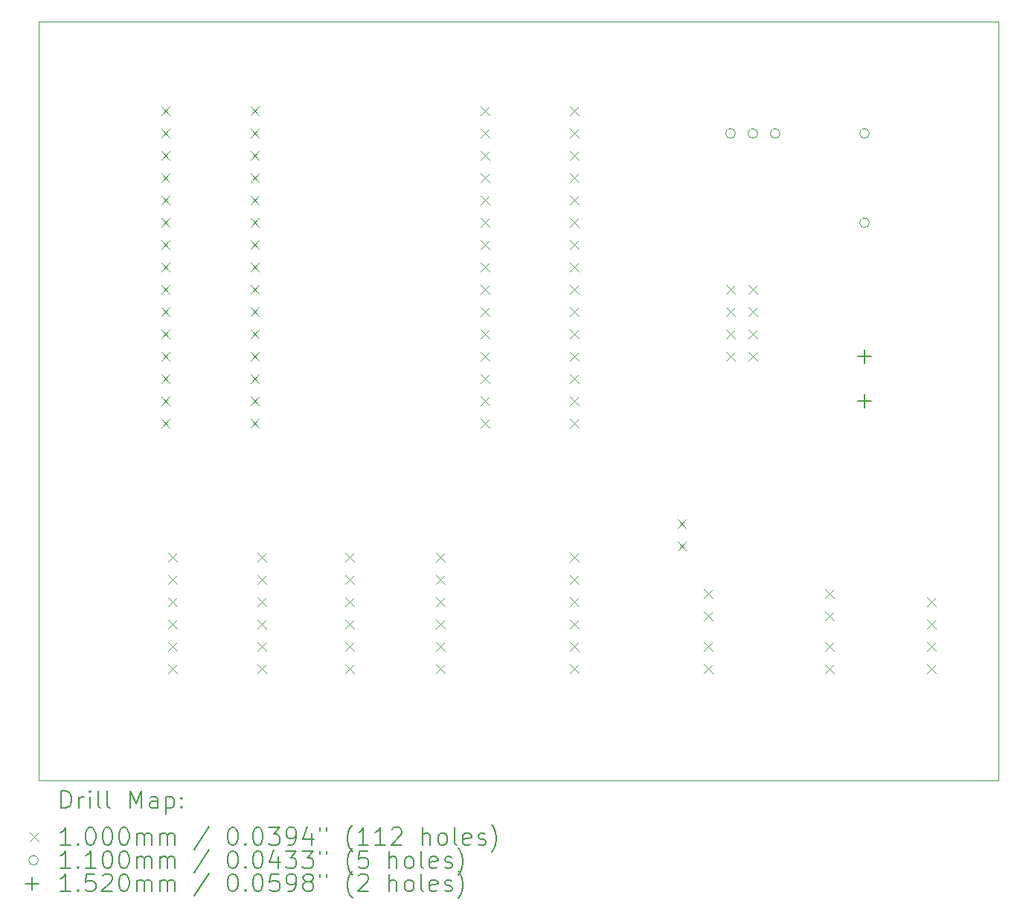
<source format=gbr>
%TF.GenerationSoftware,KiCad,Pcbnew,9.0.2*%
%TF.CreationDate,2025-06-20T14:16:06-03:00*%
%TF.ProjectId,rome,726f6d65-2e6b-4696-9361-645f70636258,0.1*%
%TF.SameCoordinates,Original*%
%TF.FileFunction,Drillmap*%
%TF.FilePolarity,Positive*%
%FSLAX45Y45*%
G04 Gerber Fmt 4.5, Leading zero omitted, Abs format (unit mm)*
G04 Created by KiCad (PCBNEW 9.0.2) date 2025-06-20 14:16:06*
%MOMM*%
%LPD*%
G01*
G04 APERTURE LIST*
%ADD10C,0.050000*%
%ADD11C,0.200000*%
%ADD12C,0.100000*%
%ADD13C,0.110000*%
%ADD14C,0.152000*%
G04 APERTURE END LIST*
D10*
X8890000Y-6350000D02*
X19812000Y-6350000D01*
X19812000Y-14986000D01*
X8890000Y-14986000D01*
X8890000Y-6350000D01*
D11*
D12*
X10284000Y-7316000D02*
X10384000Y-7416000D01*
X10384000Y-7316000D02*
X10284000Y-7416000D01*
X10284000Y-7570000D02*
X10384000Y-7670000D01*
X10384000Y-7570000D02*
X10284000Y-7670000D01*
X10284000Y-7824000D02*
X10384000Y-7924000D01*
X10384000Y-7824000D02*
X10284000Y-7924000D01*
X10284000Y-8078000D02*
X10384000Y-8178000D01*
X10384000Y-8078000D02*
X10284000Y-8178000D01*
X10284000Y-8332000D02*
X10384000Y-8432000D01*
X10384000Y-8332000D02*
X10284000Y-8432000D01*
X10284000Y-8586000D02*
X10384000Y-8686000D01*
X10384000Y-8586000D02*
X10284000Y-8686000D01*
X10284000Y-8840000D02*
X10384000Y-8940000D01*
X10384000Y-8840000D02*
X10284000Y-8940000D01*
X10284000Y-9094000D02*
X10384000Y-9194000D01*
X10384000Y-9094000D02*
X10284000Y-9194000D01*
X10284000Y-9348000D02*
X10384000Y-9448000D01*
X10384000Y-9348000D02*
X10284000Y-9448000D01*
X10284000Y-9602000D02*
X10384000Y-9702000D01*
X10384000Y-9602000D02*
X10284000Y-9702000D01*
X10284000Y-9856000D02*
X10384000Y-9956000D01*
X10384000Y-9856000D02*
X10284000Y-9956000D01*
X10284000Y-10110000D02*
X10384000Y-10210000D01*
X10384000Y-10110000D02*
X10284000Y-10210000D01*
X10284000Y-10364000D02*
X10384000Y-10464000D01*
X10384000Y-10364000D02*
X10284000Y-10464000D01*
X10284000Y-10618000D02*
X10384000Y-10718000D01*
X10384000Y-10618000D02*
X10284000Y-10718000D01*
X10284000Y-10872000D02*
X10384000Y-10972000D01*
X10384000Y-10872000D02*
X10284000Y-10972000D01*
X10364000Y-12396000D02*
X10464000Y-12496000D01*
X10464000Y-12396000D02*
X10364000Y-12496000D01*
X10364000Y-12650000D02*
X10464000Y-12750000D01*
X10464000Y-12650000D02*
X10364000Y-12750000D01*
X10364000Y-12904000D02*
X10464000Y-13004000D01*
X10464000Y-12904000D02*
X10364000Y-13004000D01*
X10364000Y-13158000D02*
X10464000Y-13258000D01*
X10464000Y-13158000D02*
X10364000Y-13258000D01*
X10364000Y-13412000D02*
X10464000Y-13512000D01*
X10464000Y-13412000D02*
X10364000Y-13512000D01*
X10364000Y-13666000D02*
X10464000Y-13766000D01*
X10464000Y-13666000D02*
X10364000Y-13766000D01*
X11300000Y-7316000D02*
X11400000Y-7416000D01*
X11400000Y-7316000D02*
X11300000Y-7416000D01*
X11300000Y-7570000D02*
X11400000Y-7670000D01*
X11400000Y-7570000D02*
X11300000Y-7670000D01*
X11300000Y-7824000D02*
X11400000Y-7924000D01*
X11400000Y-7824000D02*
X11300000Y-7924000D01*
X11300000Y-8078000D02*
X11400000Y-8178000D01*
X11400000Y-8078000D02*
X11300000Y-8178000D01*
X11300000Y-8332000D02*
X11400000Y-8432000D01*
X11400000Y-8332000D02*
X11300000Y-8432000D01*
X11300000Y-8586000D02*
X11400000Y-8686000D01*
X11400000Y-8586000D02*
X11300000Y-8686000D01*
X11300000Y-8840000D02*
X11400000Y-8940000D01*
X11400000Y-8840000D02*
X11300000Y-8940000D01*
X11300000Y-9094000D02*
X11400000Y-9194000D01*
X11400000Y-9094000D02*
X11300000Y-9194000D01*
X11300000Y-9348000D02*
X11400000Y-9448000D01*
X11400000Y-9348000D02*
X11300000Y-9448000D01*
X11300000Y-9602000D02*
X11400000Y-9702000D01*
X11400000Y-9602000D02*
X11300000Y-9702000D01*
X11300000Y-9856000D02*
X11400000Y-9956000D01*
X11400000Y-9856000D02*
X11300000Y-9956000D01*
X11300000Y-10110000D02*
X11400000Y-10210000D01*
X11400000Y-10110000D02*
X11300000Y-10210000D01*
X11300000Y-10364000D02*
X11400000Y-10464000D01*
X11400000Y-10364000D02*
X11300000Y-10464000D01*
X11300000Y-10618000D02*
X11400000Y-10718000D01*
X11400000Y-10618000D02*
X11300000Y-10718000D01*
X11300000Y-10872000D02*
X11400000Y-10972000D01*
X11400000Y-10872000D02*
X11300000Y-10972000D01*
X11380000Y-12396000D02*
X11480000Y-12496000D01*
X11480000Y-12396000D02*
X11380000Y-12496000D01*
X11380000Y-12650000D02*
X11480000Y-12750000D01*
X11480000Y-12650000D02*
X11380000Y-12750000D01*
X11380000Y-12904000D02*
X11480000Y-13004000D01*
X11480000Y-12904000D02*
X11380000Y-13004000D01*
X11380000Y-13158000D02*
X11480000Y-13258000D01*
X11480000Y-13158000D02*
X11380000Y-13258000D01*
X11380000Y-13412000D02*
X11480000Y-13512000D01*
X11480000Y-13412000D02*
X11380000Y-13512000D01*
X11380000Y-13666000D02*
X11480000Y-13766000D01*
X11480000Y-13666000D02*
X11380000Y-13766000D01*
X12380000Y-12396000D02*
X12480000Y-12496000D01*
X12480000Y-12396000D02*
X12380000Y-12496000D01*
X12380000Y-12650000D02*
X12480000Y-12750000D01*
X12480000Y-12650000D02*
X12380000Y-12750000D01*
X12380000Y-12904000D02*
X12480000Y-13004000D01*
X12480000Y-12904000D02*
X12380000Y-13004000D01*
X12380000Y-13158000D02*
X12480000Y-13258000D01*
X12480000Y-13158000D02*
X12380000Y-13258000D01*
X12380000Y-13412000D02*
X12480000Y-13512000D01*
X12480000Y-13412000D02*
X12380000Y-13512000D01*
X12380000Y-13666000D02*
X12480000Y-13766000D01*
X12480000Y-13666000D02*
X12380000Y-13766000D01*
X13412000Y-12396000D02*
X13512000Y-12496000D01*
X13512000Y-12396000D02*
X13412000Y-12496000D01*
X13412000Y-12650000D02*
X13512000Y-12750000D01*
X13512000Y-12650000D02*
X13412000Y-12750000D01*
X13412000Y-12904000D02*
X13512000Y-13004000D01*
X13512000Y-12904000D02*
X13412000Y-13004000D01*
X13412000Y-13158000D02*
X13512000Y-13258000D01*
X13512000Y-13158000D02*
X13412000Y-13258000D01*
X13412000Y-13412000D02*
X13512000Y-13512000D01*
X13512000Y-13412000D02*
X13412000Y-13512000D01*
X13412000Y-13666000D02*
X13512000Y-13766000D01*
X13512000Y-13666000D02*
X13412000Y-13766000D01*
X13920000Y-7316000D02*
X14020000Y-7416000D01*
X14020000Y-7316000D02*
X13920000Y-7416000D01*
X13920000Y-7570000D02*
X14020000Y-7670000D01*
X14020000Y-7570000D02*
X13920000Y-7670000D01*
X13920000Y-7824000D02*
X14020000Y-7924000D01*
X14020000Y-7824000D02*
X13920000Y-7924000D01*
X13920000Y-8078000D02*
X14020000Y-8178000D01*
X14020000Y-8078000D02*
X13920000Y-8178000D01*
X13920000Y-8332000D02*
X14020000Y-8432000D01*
X14020000Y-8332000D02*
X13920000Y-8432000D01*
X13920000Y-8586000D02*
X14020000Y-8686000D01*
X14020000Y-8586000D02*
X13920000Y-8686000D01*
X13920000Y-8840000D02*
X14020000Y-8940000D01*
X14020000Y-8840000D02*
X13920000Y-8940000D01*
X13920000Y-9094000D02*
X14020000Y-9194000D01*
X14020000Y-9094000D02*
X13920000Y-9194000D01*
X13920000Y-9348000D02*
X14020000Y-9448000D01*
X14020000Y-9348000D02*
X13920000Y-9448000D01*
X13920000Y-9602000D02*
X14020000Y-9702000D01*
X14020000Y-9602000D02*
X13920000Y-9702000D01*
X13920000Y-9856000D02*
X14020000Y-9956000D01*
X14020000Y-9856000D02*
X13920000Y-9956000D01*
X13920000Y-10110000D02*
X14020000Y-10210000D01*
X14020000Y-10110000D02*
X13920000Y-10210000D01*
X13920000Y-10364000D02*
X14020000Y-10464000D01*
X14020000Y-10364000D02*
X13920000Y-10464000D01*
X13920000Y-10618000D02*
X14020000Y-10718000D01*
X14020000Y-10618000D02*
X13920000Y-10718000D01*
X13920000Y-10872000D02*
X14020000Y-10972000D01*
X14020000Y-10872000D02*
X13920000Y-10972000D01*
X14936000Y-7316000D02*
X15036000Y-7416000D01*
X15036000Y-7316000D02*
X14936000Y-7416000D01*
X14936000Y-7570000D02*
X15036000Y-7670000D01*
X15036000Y-7570000D02*
X14936000Y-7670000D01*
X14936000Y-7824000D02*
X15036000Y-7924000D01*
X15036000Y-7824000D02*
X14936000Y-7924000D01*
X14936000Y-8078000D02*
X15036000Y-8178000D01*
X15036000Y-8078000D02*
X14936000Y-8178000D01*
X14936000Y-8332000D02*
X15036000Y-8432000D01*
X15036000Y-8332000D02*
X14936000Y-8432000D01*
X14936000Y-8586000D02*
X15036000Y-8686000D01*
X15036000Y-8586000D02*
X14936000Y-8686000D01*
X14936000Y-8840000D02*
X15036000Y-8940000D01*
X15036000Y-8840000D02*
X14936000Y-8940000D01*
X14936000Y-9094000D02*
X15036000Y-9194000D01*
X15036000Y-9094000D02*
X14936000Y-9194000D01*
X14936000Y-9348000D02*
X15036000Y-9448000D01*
X15036000Y-9348000D02*
X14936000Y-9448000D01*
X14936000Y-9602000D02*
X15036000Y-9702000D01*
X15036000Y-9602000D02*
X14936000Y-9702000D01*
X14936000Y-9856000D02*
X15036000Y-9956000D01*
X15036000Y-9856000D02*
X14936000Y-9956000D01*
X14936000Y-10110000D02*
X15036000Y-10210000D01*
X15036000Y-10110000D02*
X14936000Y-10210000D01*
X14936000Y-10364000D02*
X15036000Y-10464000D01*
X15036000Y-10364000D02*
X14936000Y-10464000D01*
X14936000Y-10618000D02*
X15036000Y-10718000D01*
X15036000Y-10618000D02*
X14936000Y-10718000D01*
X14936000Y-10872000D02*
X15036000Y-10972000D01*
X15036000Y-10872000D02*
X14936000Y-10972000D01*
X14936000Y-12396000D02*
X15036000Y-12496000D01*
X15036000Y-12396000D02*
X14936000Y-12496000D01*
X14936000Y-12650000D02*
X15036000Y-12750000D01*
X15036000Y-12650000D02*
X14936000Y-12750000D01*
X14936000Y-12904000D02*
X15036000Y-13004000D01*
X15036000Y-12904000D02*
X14936000Y-13004000D01*
X14936000Y-13158000D02*
X15036000Y-13258000D01*
X15036000Y-13158000D02*
X14936000Y-13258000D01*
X14936000Y-13412000D02*
X15036000Y-13512000D01*
X15036000Y-13412000D02*
X14936000Y-13512000D01*
X14936000Y-13666000D02*
X15036000Y-13766000D01*
X15036000Y-13666000D02*
X14936000Y-13766000D01*
X16160000Y-12012000D02*
X16260000Y-12112000D01*
X16260000Y-12012000D02*
X16160000Y-12112000D01*
X16160000Y-12266000D02*
X16260000Y-12366000D01*
X16260000Y-12266000D02*
X16160000Y-12366000D01*
X16460000Y-12812000D02*
X16560000Y-12912000D01*
X16560000Y-12812000D02*
X16460000Y-12912000D01*
X16460000Y-13066000D02*
X16560000Y-13166000D01*
X16560000Y-13066000D02*
X16460000Y-13166000D01*
X16460000Y-13412000D02*
X16560000Y-13512000D01*
X16560000Y-13412000D02*
X16460000Y-13512000D01*
X16460000Y-13666000D02*
X16560000Y-13766000D01*
X16560000Y-13666000D02*
X16460000Y-13766000D01*
X16714000Y-9348000D02*
X16814000Y-9448000D01*
X16814000Y-9348000D02*
X16714000Y-9448000D01*
X16714000Y-9602000D02*
X16814000Y-9702000D01*
X16814000Y-9602000D02*
X16714000Y-9702000D01*
X16714000Y-9856000D02*
X16814000Y-9956000D01*
X16814000Y-9856000D02*
X16714000Y-9956000D01*
X16714000Y-10110000D02*
X16814000Y-10210000D01*
X16814000Y-10110000D02*
X16714000Y-10210000D01*
X16968000Y-9348000D02*
X17068000Y-9448000D01*
X17068000Y-9348000D02*
X16968000Y-9448000D01*
X16968000Y-9602000D02*
X17068000Y-9702000D01*
X17068000Y-9602000D02*
X16968000Y-9702000D01*
X16968000Y-9856000D02*
X17068000Y-9956000D01*
X17068000Y-9856000D02*
X16968000Y-9956000D01*
X16968000Y-10110000D02*
X17068000Y-10210000D01*
X17068000Y-10110000D02*
X16968000Y-10210000D01*
X17840000Y-12812000D02*
X17940000Y-12912000D01*
X17940000Y-12812000D02*
X17840000Y-12912000D01*
X17840000Y-13066000D02*
X17940000Y-13166000D01*
X17940000Y-13066000D02*
X17840000Y-13166000D01*
X17840000Y-13412000D02*
X17940000Y-13512000D01*
X17940000Y-13412000D02*
X17840000Y-13512000D01*
X17840000Y-13666000D02*
X17940000Y-13766000D01*
X17940000Y-13666000D02*
X17840000Y-13766000D01*
X19000000Y-12904000D02*
X19100000Y-13004000D01*
X19100000Y-12904000D02*
X19000000Y-13004000D01*
X19000000Y-13158000D02*
X19100000Y-13258000D01*
X19100000Y-13158000D02*
X19000000Y-13258000D01*
X19000000Y-13412000D02*
X19100000Y-13512000D01*
X19100000Y-13412000D02*
X19000000Y-13512000D01*
X19000000Y-13666000D02*
X19100000Y-13766000D01*
X19100000Y-13666000D02*
X19000000Y-13766000D01*
D13*
X16819000Y-7620000D02*
G75*
G02*
X16709000Y-7620000I-55000J0D01*
G01*
X16709000Y-7620000D02*
G75*
G02*
X16819000Y-7620000I55000J0D01*
G01*
X17073000Y-7620000D02*
G75*
G02*
X16963000Y-7620000I-55000J0D01*
G01*
X16963000Y-7620000D02*
G75*
G02*
X17073000Y-7620000I55000J0D01*
G01*
X17327000Y-7620000D02*
G75*
G02*
X17217000Y-7620000I-55000J0D01*
G01*
X17217000Y-7620000D02*
G75*
G02*
X17327000Y-7620000I55000J0D01*
G01*
X18343000Y-7620000D02*
G75*
G02*
X18233000Y-7620000I-55000J0D01*
G01*
X18233000Y-7620000D02*
G75*
G02*
X18343000Y-7620000I55000J0D01*
G01*
X18343000Y-8636000D02*
G75*
G02*
X18233000Y-8636000I-55000J0D01*
G01*
X18233000Y-8636000D02*
G75*
G02*
X18343000Y-8636000I55000J0D01*
G01*
D14*
X18288000Y-10084000D02*
X18288000Y-10236000D01*
X18212000Y-10160000D02*
X18364000Y-10160000D01*
X18288000Y-10592000D02*
X18288000Y-10744000D01*
X18212000Y-10668000D02*
X18364000Y-10668000D01*
D11*
X9148277Y-15299984D02*
X9148277Y-15099984D01*
X9148277Y-15099984D02*
X9195896Y-15099984D01*
X9195896Y-15099984D02*
X9224467Y-15109508D01*
X9224467Y-15109508D02*
X9243515Y-15128555D01*
X9243515Y-15128555D02*
X9253039Y-15147603D01*
X9253039Y-15147603D02*
X9262563Y-15185698D01*
X9262563Y-15185698D02*
X9262563Y-15214269D01*
X9262563Y-15214269D02*
X9253039Y-15252365D01*
X9253039Y-15252365D02*
X9243515Y-15271412D01*
X9243515Y-15271412D02*
X9224467Y-15290460D01*
X9224467Y-15290460D02*
X9195896Y-15299984D01*
X9195896Y-15299984D02*
X9148277Y-15299984D01*
X9348277Y-15299984D02*
X9348277Y-15166650D01*
X9348277Y-15204746D02*
X9357801Y-15185698D01*
X9357801Y-15185698D02*
X9367324Y-15176174D01*
X9367324Y-15176174D02*
X9386372Y-15166650D01*
X9386372Y-15166650D02*
X9405420Y-15166650D01*
X9472086Y-15299984D02*
X9472086Y-15166650D01*
X9472086Y-15099984D02*
X9462563Y-15109508D01*
X9462563Y-15109508D02*
X9472086Y-15119031D01*
X9472086Y-15119031D02*
X9481610Y-15109508D01*
X9481610Y-15109508D02*
X9472086Y-15099984D01*
X9472086Y-15099984D02*
X9472086Y-15119031D01*
X9595896Y-15299984D02*
X9576848Y-15290460D01*
X9576848Y-15290460D02*
X9567324Y-15271412D01*
X9567324Y-15271412D02*
X9567324Y-15099984D01*
X9700658Y-15299984D02*
X9681610Y-15290460D01*
X9681610Y-15290460D02*
X9672086Y-15271412D01*
X9672086Y-15271412D02*
X9672086Y-15099984D01*
X9929229Y-15299984D02*
X9929229Y-15099984D01*
X9929229Y-15099984D02*
X9995896Y-15242841D01*
X9995896Y-15242841D02*
X10062563Y-15099984D01*
X10062563Y-15099984D02*
X10062563Y-15299984D01*
X10243515Y-15299984D02*
X10243515Y-15195222D01*
X10243515Y-15195222D02*
X10233991Y-15176174D01*
X10233991Y-15176174D02*
X10214944Y-15166650D01*
X10214944Y-15166650D02*
X10176848Y-15166650D01*
X10176848Y-15166650D02*
X10157801Y-15176174D01*
X10243515Y-15290460D02*
X10224467Y-15299984D01*
X10224467Y-15299984D02*
X10176848Y-15299984D01*
X10176848Y-15299984D02*
X10157801Y-15290460D01*
X10157801Y-15290460D02*
X10148277Y-15271412D01*
X10148277Y-15271412D02*
X10148277Y-15252365D01*
X10148277Y-15252365D02*
X10157801Y-15233317D01*
X10157801Y-15233317D02*
X10176848Y-15223793D01*
X10176848Y-15223793D02*
X10224467Y-15223793D01*
X10224467Y-15223793D02*
X10243515Y-15214269D01*
X10338753Y-15166650D02*
X10338753Y-15366650D01*
X10338753Y-15176174D02*
X10357801Y-15166650D01*
X10357801Y-15166650D02*
X10395896Y-15166650D01*
X10395896Y-15166650D02*
X10414944Y-15176174D01*
X10414944Y-15176174D02*
X10424467Y-15185698D01*
X10424467Y-15185698D02*
X10433991Y-15204746D01*
X10433991Y-15204746D02*
X10433991Y-15261888D01*
X10433991Y-15261888D02*
X10424467Y-15280936D01*
X10424467Y-15280936D02*
X10414944Y-15290460D01*
X10414944Y-15290460D02*
X10395896Y-15299984D01*
X10395896Y-15299984D02*
X10357801Y-15299984D01*
X10357801Y-15299984D02*
X10338753Y-15290460D01*
X10519705Y-15280936D02*
X10529229Y-15290460D01*
X10529229Y-15290460D02*
X10519705Y-15299984D01*
X10519705Y-15299984D02*
X10510182Y-15290460D01*
X10510182Y-15290460D02*
X10519705Y-15280936D01*
X10519705Y-15280936D02*
X10519705Y-15299984D01*
X10519705Y-15176174D02*
X10529229Y-15185698D01*
X10529229Y-15185698D02*
X10519705Y-15195222D01*
X10519705Y-15195222D02*
X10510182Y-15185698D01*
X10510182Y-15185698D02*
X10519705Y-15176174D01*
X10519705Y-15176174D02*
X10519705Y-15195222D01*
D12*
X8787500Y-15578500D02*
X8887500Y-15678500D01*
X8887500Y-15578500D02*
X8787500Y-15678500D01*
D11*
X9253039Y-15719984D02*
X9138753Y-15719984D01*
X9195896Y-15719984D02*
X9195896Y-15519984D01*
X9195896Y-15519984D02*
X9176848Y-15548555D01*
X9176848Y-15548555D02*
X9157801Y-15567603D01*
X9157801Y-15567603D02*
X9138753Y-15577127D01*
X9338753Y-15700936D02*
X9348277Y-15710460D01*
X9348277Y-15710460D02*
X9338753Y-15719984D01*
X9338753Y-15719984D02*
X9329229Y-15710460D01*
X9329229Y-15710460D02*
X9338753Y-15700936D01*
X9338753Y-15700936D02*
X9338753Y-15719984D01*
X9472086Y-15519984D02*
X9491134Y-15519984D01*
X9491134Y-15519984D02*
X9510182Y-15529508D01*
X9510182Y-15529508D02*
X9519705Y-15539031D01*
X9519705Y-15539031D02*
X9529229Y-15558079D01*
X9529229Y-15558079D02*
X9538753Y-15596174D01*
X9538753Y-15596174D02*
X9538753Y-15643793D01*
X9538753Y-15643793D02*
X9529229Y-15681888D01*
X9529229Y-15681888D02*
X9519705Y-15700936D01*
X9519705Y-15700936D02*
X9510182Y-15710460D01*
X9510182Y-15710460D02*
X9491134Y-15719984D01*
X9491134Y-15719984D02*
X9472086Y-15719984D01*
X9472086Y-15719984D02*
X9453039Y-15710460D01*
X9453039Y-15710460D02*
X9443515Y-15700936D01*
X9443515Y-15700936D02*
X9433991Y-15681888D01*
X9433991Y-15681888D02*
X9424467Y-15643793D01*
X9424467Y-15643793D02*
X9424467Y-15596174D01*
X9424467Y-15596174D02*
X9433991Y-15558079D01*
X9433991Y-15558079D02*
X9443515Y-15539031D01*
X9443515Y-15539031D02*
X9453039Y-15529508D01*
X9453039Y-15529508D02*
X9472086Y-15519984D01*
X9662563Y-15519984D02*
X9681610Y-15519984D01*
X9681610Y-15519984D02*
X9700658Y-15529508D01*
X9700658Y-15529508D02*
X9710182Y-15539031D01*
X9710182Y-15539031D02*
X9719705Y-15558079D01*
X9719705Y-15558079D02*
X9729229Y-15596174D01*
X9729229Y-15596174D02*
X9729229Y-15643793D01*
X9729229Y-15643793D02*
X9719705Y-15681888D01*
X9719705Y-15681888D02*
X9710182Y-15700936D01*
X9710182Y-15700936D02*
X9700658Y-15710460D01*
X9700658Y-15710460D02*
X9681610Y-15719984D01*
X9681610Y-15719984D02*
X9662563Y-15719984D01*
X9662563Y-15719984D02*
X9643515Y-15710460D01*
X9643515Y-15710460D02*
X9633991Y-15700936D01*
X9633991Y-15700936D02*
X9624467Y-15681888D01*
X9624467Y-15681888D02*
X9614944Y-15643793D01*
X9614944Y-15643793D02*
X9614944Y-15596174D01*
X9614944Y-15596174D02*
X9624467Y-15558079D01*
X9624467Y-15558079D02*
X9633991Y-15539031D01*
X9633991Y-15539031D02*
X9643515Y-15529508D01*
X9643515Y-15529508D02*
X9662563Y-15519984D01*
X9853039Y-15519984D02*
X9872086Y-15519984D01*
X9872086Y-15519984D02*
X9891134Y-15529508D01*
X9891134Y-15529508D02*
X9900658Y-15539031D01*
X9900658Y-15539031D02*
X9910182Y-15558079D01*
X9910182Y-15558079D02*
X9919705Y-15596174D01*
X9919705Y-15596174D02*
X9919705Y-15643793D01*
X9919705Y-15643793D02*
X9910182Y-15681888D01*
X9910182Y-15681888D02*
X9900658Y-15700936D01*
X9900658Y-15700936D02*
X9891134Y-15710460D01*
X9891134Y-15710460D02*
X9872086Y-15719984D01*
X9872086Y-15719984D02*
X9853039Y-15719984D01*
X9853039Y-15719984D02*
X9833991Y-15710460D01*
X9833991Y-15710460D02*
X9824467Y-15700936D01*
X9824467Y-15700936D02*
X9814944Y-15681888D01*
X9814944Y-15681888D02*
X9805420Y-15643793D01*
X9805420Y-15643793D02*
X9805420Y-15596174D01*
X9805420Y-15596174D02*
X9814944Y-15558079D01*
X9814944Y-15558079D02*
X9824467Y-15539031D01*
X9824467Y-15539031D02*
X9833991Y-15529508D01*
X9833991Y-15529508D02*
X9853039Y-15519984D01*
X10005420Y-15719984D02*
X10005420Y-15586650D01*
X10005420Y-15605698D02*
X10014944Y-15596174D01*
X10014944Y-15596174D02*
X10033991Y-15586650D01*
X10033991Y-15586650D02*
X10062563Y-15586650D01*
X10062563Y-15586650D02*
X10081610Y-15596174D01*
X10081610Y-15596174D02*
X10091134Y-15615222D01*
X10091134Y-15615222D02*
X10091134Y-15719984D01*
X10091134Y-15615222D02*
X10100658Y-15596174D01*
X10100658Y-15596174D02*
X10119705Y-15586650D01*
X10119705Y-15586650D02*
X10148277Y-15586650D01*
X10148277Y-15586650D02*
X10167325Y-15596174D01*
X10167325Y-15596174D02*
X10176848Y-15615222D01*
X10176848Y-15615222D02*
X10176848Y-15719984D01*
X10272086Y-15719984D02*
X10272086Y-15586650D01*
X10272086Y-15605698D02*
X10281610Y-15596174D01*
X10281610Y-15596174D02*
X10300658Y-15586650D01*
X10300658Y-15586650D02*
X10329229Y-15586650D01*
X10329229Y-15586650D02*
X10348277Y-15596174D01*
X10348277Y-15596174D02*
X10357801Y-15615222D01*
X10357801Y-15615222D02*
X10357801Y-15719984D01*
X10357801Y-15615222D02*
X10367325Y-15596174D01*
X10367325Y-15596174D02*
X10386372Y-15586650D01*
X10386372Y-15586650D02*
X10414944Y-15586650D01*
X10414944Y-15586650D02*
X10433991Y-15596174D01*
X10433991Y-15596174D02*
X10443515Y-15615222D01*
X10443515Y-15615222D02*
X10443515Y-15719984D01*
X10833991Y-15510460D02*
X10662563Y-15767603D01*
X11091134Y-15519984D02*
X11110182Y-15519984D01*
X11110182Y-15519984D02*
X11129229Y-15529508D01*
X11129229Y-15529508D02*
X11138753Y-15539031D01*
X11138753Y-15539031D02*
X11148277Y-15558079D01*
X11148277Y-15558079D02*
X11157801Y-15596174D01*
X11157801Y-15596174D02*
X11157801Y-15643793D01*
X11157801Y-15643793D02*
X11148277Y-15681888D01*
X11148277Y-15681888D02*
X11138753Y-15700936D01*
X11138753Y-15700936D02*
X11129229Y-15710460D01*
X11129229Y-15710460D02*
X11110182Y-15719984D01*
X11110182Y-15719984D02*
X11091134Y-15719984D01*
X11091134Y-15719984D02*
X11072087Y-15710460D01*
X11072087Y-15710460D02*
X11062563Y-15700936D01*
X11062563Y-15700936D02*
X11053039Y-15681888D01*
X11053039Y-15681888D02*
X11043515Y-15643793D01*
X11043515Y-15643793D02*
X11043515Y-15596174D01*
X11043515Y-15596174D02*
X11053039Y-15558079D01*
X11053039Y-15558079D02*
X11062563Y-15539031D01*
X11062563Y-15539031D02*
X11072087Y-15529508D01*
X11072087Y-15529508D02*
X11091134Y-15519984D01*
X11243515Y-15700936D02*
X11253039Y-15710460D01*
X11253039Y-15710460D02*
X11243515Y-15719984D01*
X11243515Y-15719984D02*
X11233991Y-15710460D01*
X11233991Y-15710460D02*
X11243515Y-15700936D01*
X11243515Y-15700936D02*
X11243515Y-15719984D01*
X11376848Y-15519984D02*
X11395896Y-15519984D01*
X11395896Y-15519984D02*
X11414944Y-15529508D01*
X11414944Y-15529508D02*
X11424467Y-15539031D01*
X11424467Y-15539031D02*
X11433991Y-15558079D01*
X11433991Y-15558079D02*
X11443515Y-15596174D01*
X11443515Y-15596174D02*
X11443515Y-15643793D01*
X11443515Y-15643793D02*
X11433991Y-15681888D01*
X11433991Y-15681888D02*
X11424467Y-15700936D01*
X11424467Y-15700936D02*
X11414944Y-15710460D01*
X11414944Y-15710460D02*
X11395896Y-15719984D01*
X11395896Y-15719984D02*
X11376848Y-15719984D01*
X11376848Y-15719984D02*
X11357801Y-15710460D01*
X11357801Y-15710460D02*
X11348277Y-15700936D01*
X11348277Y-15700936D02*
X11338753Y-15681888D01*
X11338753Y-15681888D02*
X11329229Y-15643793D01*
X11329229Y-15643793D02*
X11329229Y-15596174D01*
X11329229Y-15596174D02*
X11338753Y-15558079D01*
X11338753Y-15558079D02*
X11348277Y-15539031D01*
X11348277Y-15539031D02*
X11357801Y-15529508D01*
X11357801Y-15529508D02*
X11376848Y-15519984D01*
X11510182Y-15519984D02*
X11633991Y-15519984D01*
X11633991Y-15519984D02*
X11567325Y-15596174D01*
X11567325Y-15596174D02*
X11595896Y-15596174D01*
X11595896Y-15596174D02*
X11614944Y-15605698D01*
X11614944Y-15605698D02*
X11624467Y-15615222D01*
X11624467Y-15615222D02*
X11633991Y-15634269D01*
X11633991Y-15634269D02*
X11633991Y-15681888D01*
X11633991Y-15681888D02*
X11624467Y-15700936D01*
X11624467Y-15700936D02*
X11614944Y-15710460D01*
X11614944Y-15710460D02*
X11595896Y-15719984D01*
X11595896Y-15719984D02*
X11538753Y-15719984D01*
X11538753Y-15719984D02*
X11519706Y-15710460D01*
X11519706Y-15710460D02*
X11510182Y-15700936D01*
X11729229Y-15719984D02*
X11767325Y-15719984D01*
X11767325Y-15719984D02*
X11786372Y-15710460D01*
X11786372Y-15710460D02*
X11795896Y-15700936D01*
X11795896Y-15700936D02*
X11814944Y-15672365D01*
X11814944Y-15672365D02*
X11824467Y-15634269D01*
X11824467Y-15634269D02*
X11824467Y-15558079D01*
X11824467Y-15558079D02*
X11814944Y-15539031D01*
X11814944Y-15539031D02*
X11805420Y-15529508D01*
X11805420Y-15529508D02*
X11786372Y-15519984D01*
X11786372Y-15519984D02*
X11748277Y-15519984D01*
X11748277Y-15519984D02*
X11729229Y-15529508D01*
X11729229Y-15529508D02*
X11719706Y-15539031D01*
X11719706Y-15539031D02*
X11710182Y-15558079D01*
X11710182Y-15558079D02*
X11710182Y-15605698D01*
X11710182Y-15605698D02*
X11719706Y-15624746D01*
X11719706Y-15624746D02*
X11729229Y-15634269D01*
X11729229Y-15634269D02*
X11748277Y-15643793D01*
X11748277Y-15643793D02*
X11786372Y-15643793D01*
X11786372Y-15643793D02*
X11805420Y-15634269D01*
X11805420Y-15634269D02*
X11814944Y-15624746D01*
X11814944Y-15624746D02*
X11824467Y-15605698D01*
X11995896Y-15586650D02*
X11995896Y-15719984D01*
X11948277Y-15510460D02*
X11900658Y-15653317D01*
X11900658Y-15653317D02*
X12024467Y-15653317D01*
X12091134Y-15519984D02*
X12091134Y-15558079D01*
X12167325Y-15519984D02*
X12167325Y-15558079D01*
X12462563Y-15796174D02*
X12453039Y-15786650D01*
X12453039Y-15786650D02*
X12433991Y-15758079D01*
X12433991Y-15758079D02*
X12424468Y-15739031D01*
X12424468Y-15739031D02*
X12414944Y-15710460D01*
X12414944Y-15710460D02*
X12405420Y-15662841D01*
X12405420Y-15662841D02*
X12405420Y-15624746D01*
X12405420Y-15624746D02*
X12414944Y-15577127D01*
X12414944Y-15577127D02*
X12424468Y-15548555D01*
X12424468Y-15548555D02*
X12433991Y-15529508D01*
X12433991Y-15529508D02*
X12453039Y-15500936D01*
X12453039Y-15500936D02*
X12462563Y-15491412D01*
X12643515Y-15719984D02*
X12529229Y-15719984D01*
X12586372Y-15719984D02*
X12586372Y-15519984D01*
X12586372Y-15519984D02*
X12567325Y-15548555D01*
X12567325Y-15548555D02*
X12548277Y-15567603D01*
X12548277Y-15567603D02*
X12529229Y-15577127D01*
X12833991Y-15719984D02*
X12719706Y-15719984D01*
X12776848Y-15719984D02*
X12776848Y-15519984D01*
X12776848Y-15519984D02*
X12757801Y-15548555D01*
X12757801Y-15548555D02*
X12738753Y-15567603D01*
X12738753Y-15567603D02*
X12719706Y-15577127D01*
X12910182Y-15539031D02*
X12919706Y-15529508D01*
X12919706Y-15529508D02*
X12938753Y-15519984D01*
X12938753Y-15519984D02*
X12986372Y-15519984D01*
X12986372Y-15519984D02*
X13005420Y-15529508D01*
X13005420Y-15529508D02*
X13014944Y-15539031D01*
X13014944Y-15539031D02*
X13024468Y-15558079D01*
X13024468Y-15558079D02*
X13024468Y-15577127D01*
X13024468Y-15577127D02*
X13014944Y-15605698D01*
X13014944Y-15605698D02*
X12900658Y-15719984D01*
X12900658Y-15719984D02*
X13024468Y-15719984D01*
X13262563Y-15719984D02*
X13262563Y-15519984D01*
X13348277Y-15719984D02*
X13348277Y-15615222D01*
X13348277Y-15615222D02*
X13338753Y-15596174D01*
X13338753Y-15596174D02*
X13319706Y-15586650D01*
X13319706Y-15586650D02*
X13291134Y-15586650D01*
X13291134Y-15586650D02*
X13272087Y-15596174D01*
X13272087Y-15596174D02*
X13262563Y-15605698D01*
X13472087Y-15719984D02*
X13453039Y-15710460D01*
X13453039Y-15710460D02*
X13443515Y-15700936D01*
X13443515Y-15700936D02*
X13433991Y-15681888D01*
X13433991Y-15681888D02*
X13433991Y-15624746D01*
X13433991Y-15624746D02*
X13443515Y-15605698D01*
X13443515Y-15605698D02*
X13453039Y-15596174D01*
X13453039Y-15596174D02*
X13472087Y-15586650D01*
X13472087Y-15586650D02*
X13500658Y-15586650D01*
X13500658Y-15586650D02*
X13519706Y-15596174D01*
X13519706Y-15596174D02*
X13529230Y-15605698D01*
X13529230Y-15605698D02*
X13538753Y-15624746D01*
X13538753Y-15624746D02*
X13538753Y-15681888D01*
X13538753Y-15681888D02*
X13529230Y-15700936D01*
X13529230Y-15700936D02*
X13519706Y-15710460D01*
X13519706Y-15710460D02*
X13500658Y-15719984D01*
X13500658Y-15719984D02*
X13472087Y-15719984D01*
X13653039Y-15719984D02*
X13633991Y-15710460D01*
X13633991Y-15710460D02*
X13624468Y-15691412D01*
X13624468Y-15691412D02*
X13624468Y-15519984D01*
X13805420Y-15710460D02*
X13786372Y-15719984D01*
X13786372Y-15719984D02*
X13748277Y-15719984D01*
X13748277Y-15719984D02*
X13729230Y-15710460D01*
X13729230Y-15710460D02*
X13719706Y-15691412D01*
X13719706Y-15691412D02*
X13719706Y-15615222D01*
X13719706Y-15615222D02*
X13729230Y-15596174D01*
X13729230Y-15596174D02*
X13748277Y-15586650D01*
X13748277Y-15586650D02*
X13786372Y-15586650D01*
X13786372Y-15586650D02*
X13805420Y-15596174D01*
X13805420Y-15596174D02*
X13814944Y-15615222D01*
X13814944Y-15615222D02*
X13814944Y-15634269D01*
X13814944Y-15634269D02*
X13719706Y-15653317D01*
X13891134Y-15710460D02*
X13910182Y-15719984D01*
X13910182Y-15719984D02*
X13948277Y-15719984D01*
X13948277Y-15719984D02*
X13967325Y-15710460D01*
X13967325Y-15710460D02*
X13976849Y-15691412D01*
X13976849Y-15691412D02*
X13976849Y-15681888D01*
X13976849Y-15681888D02*
X13967325Y-15662841D01*
X13967325Y-15662841D02*
X13948277Y-15653317D01*
X13948277Y-15653317D02*
X13919706Y-15653317D01*
X13919706Y-15653317D02*
X13900658Y-15643793D01*
X13900658Y-15643793D02*
X13891134Y-15624746D01*
X13891134Y-15624746D02*
X13891134Y-15615222D01*
X13891134Y-15615222D02*
X13900658Y-15596174D01*
X13900658Y-15596174D02*
X13919706Y-15586650D01*
X13919706Y-15586650D02*
X13948277Y-15586650D01*
X13948277Y-15586650D02*
X13967325Y-15596174D01*
X14043515Y-15796174D02*
X14053039Y-15786650D01*
X14053039Y-15786650D02*
X14072087Y-15758079D01*
X14072087Y-15758079D02*
X14081611Y-15739031D01*
X14081611Y-15739031D02*
X14091134Y-15710460D01*
X14091134Y-15710460D02*
X14100658Y-15662841D01*
X14100658Y-15662841D02*
X14100658Y-15624746D01*
X14100658Y-15624746D02*
X14091134Y-15577127D01*
X14091134Y-15577127D02*
X14081611Y-15548555D01*
X14081611Y-15548555D02*
X14072087Y-15529508D01*
X14072087Y-15529508D02*
X14053039Y-15500936D01*
X14053039Y-15500936D02*
X14043515Y-15491412D01*
D13*
X8887500Y-15892500D02*
G75*
G02*
X8777500Y-15892500I-55000J0D01*
G01*
X8777500Y-15892500D02*
G75*
G02*
X8887500Y-15892500I55000J0D01*
G01*
D11*
X9253039Y-15983984D02*
X9138753Y-15983984D01*
X9195896Y-15983984D02*
X9195896Y-15783984D01*
X9195896Y-15783984D02*
X9176848Y-15812555D01*
X9176848Y-15812555D02*
X9157801Y-15831603D01*
X9157801Y-15831603D02*
X9138753Y-15841127D01*
X9338753Y-15964936D02*
X9348277Y-15974460D01*
X9348277Y-15974460D02*
X9338753Y-15983984D01*
X9338753Y-15983984D02*
X9329229Y-15974460D01*
X9329229Y-15974460D02*
X9338753Y-15964936D01*
X9338753Y-15964936D02*
X9338753Y-15983984D01*
X9538753Y-15983984D02*
X9424467Y-15983984D01*
X9481610Y-15983984D02*
X9481610Y-15783984D01*
X9481610Y-15783984D02*
X9462563Y-15812555D01*
X9462563Y-15812555D02*
X9443515Y-15831603D01*
X9443515Y-15831603D02*
X9424467Y-15841127D01*
X9662563Y-15783984D02*
X9681610Y-15783984D01*
X9681610Y-15783984D02*
X9700658Y-15793508D01*
X9700658Y-15793508D02*
X9710182Y-15803031D01*
X9710182Y-15803031D02*
X9719705Y-15822079D01*
X9719705Y-15822079D02*
X9729229Y-15860174D01*
X9729229Y-15860174D02*
X9729229Y-15907793D01*
X9729229Y-15907793D02*
X9719705Y-15945888D01*
X9719705Y-15945888D02*
X9710182Y-15964936D01*
X9710182Y-15964936D02*
X9700658Y-15974460D01*
X9700658Y-15974460D02*
X9681610Y-15983984D01*
X9681610Y-15983984D02*
X9662563Y-15983984D01*
X9662563Y-15983984D02*
X9643515Y-15974460D01*
X9643515Y-15974460D02*
X9633991Y-15964936D01*
X9633991Y-15964936D02*
X9624467Y-15945888D01*
X9624467Y-15945888D02*
X9614944Y-15907793D01*
X9614944Y-15907793D02*
X9614944Y-15860174D01*
X9614944Y-15860174D02*
X9624467Y-15822079D01*
X9624467Y-15822079D02*
X9633991Y-15803031D01*
X9633991Y-15803031D02*
X9643515Y-15793508D01*
X9643515Y-15793508D02*
X9662563Y-15783984D01*
X9853039Y-15783984D02*
X9872086Y-15783984D01*
X9872086Y-15783984D02*
X9891134Y-15793508D01*
X9891134Y-15793508D02*
X9900658Y-15803031D01*
X9900658Y-15803031D02*
X9910182Y-15822079D01*
X9910182Y-15822079D02*
X9919705Y-15860174D01*
X9919705Y-15860174D02*
X9919705Y-15907793D01*
X9919705Y-15907793D02*
X9910182Y-15945888D01*
X9910182Y-15945888D02*
X9900658Y-15964936D01*
X9900658Y-15964936D02*
X9891134Y-15974460D01*
X9891134Y-15974460D02*
X9872086Y-15983984D01*
X9872086Y-15983984D02*
X9853039Y-15983984D01*
X9853039Y-15983984D02*
X9833991Y-15974460D01*
X9833991Y-15974460D02*
X9824467Y-15964936D01*
X9824467Y-15964936D02*
X9814944Y-15945888D01*
X9814944Y-15945888D02*
X9805420Y-15907793D01*
X9805420Y-15907793D02*
X9805420Y-15860174D01*
X9805420Y-15860174D02*
X9814944Y-15822079D01*
X9814944Y-15822079D02*
X9824467Y-15803031D01*
X9824467Y-15803031D02*
X9833991Y-15793508D01*
X9833991Y-15793508D02*
X9853039Y-15783984D01*
X10005420Y-15983984D02*
X10005420Y-15850650D01*
X10005420Y-15869698D02*
X10014944Y-15860174D01*
X10014944Y-15860174D02*
X10033991Y-15850650D01*
X10033991Y-15850650D02*
X10062563Y-15850650D01*
X10062563Y-15850650D02*
X10081610Y-15860174D01*
X10081610Y-15860174D02*
X10091134Y-15879222D01*
X10091134Y-15879222D02*
X10091134Y-15983984D01*
X10091134Y-15879222D02*
X10100658Y-15860174D01*
X10100658Y-15860174D02*
X10119705Y-15850650D01*
X10119705Y-15850650D02*
X10148277Y-15850650D01*
X10148277Y-15850650D02*
X10167325Y-15860174D01*
X10167325Y-15860174D02*
X10176848Y-15879222D01*
X10176848Y-15879222D02*
X10176848Y-15983984D01*
X10272086Y-15983984D02*
X10272086Y-15850650D01*
X10272086Y-15869698D02*
X10281610Y-15860174D01*
X10281610Y-15860174D02*
X10300658Y-15850650D01*
X10300658Y-15850650D02*
X10329229Y-15850650D01*
X10329229Y-15850650D02*
X10348277Y-15860174D01*
X10348277Y-15860174D02*
X10357801Y-15879222D01*
X10357801Y-15879222D02*
X10357801Y-15983984D01*
X10357801Y-15879222D02*
X10367325Y-15860174D01*
X10367325Y-15860174D02*
X10386372Y-15850650D01*
X10386372Y-15850650D02*
X10414944Y-15850650D01*
X10414944Y-15850650D02*
X10433991Y-15860174D01*
X10433991Y-15860174D02*
X10443515Y-15879222D01*
X10443515Y-15879222D02*
X10443515Y-15983984D01*
X10833991Y-15774460D02*
X10662563Y-16031603D01*
X11091134Y-15783984D02*
X11110182Y-15783984D01*
X11110182Y-15783984D02*
X11129229Y-15793508D01*
X11129229Y-15793508D02*
X11138753Y-15803031D01*
X11138753Y-15803031D02*
X11148277Y-15822079D01*
X11148277Y-15822079D02*
X11157801Y-15860174D01*
X11157801Y-15860174D02*
X11157801Y-15907793D01*
X11157801Y-15907793D02*
X11148277Y-15945888D01*
X11148277Y-15945888D02*
X11138753Y-15964936D01*
X11138753Y-15964936D02*
X11129229Y-15974460D01*
X11129229Y-15974460D02*
X11110182Y-15983984D01*
X11110182Y-15983984D02*
X11091134Y-15983984D01*
X11091134Y-15983984D02*
X11072087Y-15974460D01*
X11072087Y-15974460D02*
X11062563Y-15964936D01*
X11062563Y-15964936D02*
X11053039Y-15945888D01*
X11053039Y-15945888D02*
X11043515Y-15907793D01*
X11043515Y-15907793D02*
X11043515Y-15860174D01*
X11043515Y-15860174D02*
X11053039Y-15822079D01*
X11053039Y-15822079D02*
X11062563Y-15803031D01*
X11062563Y-15803031D02*
X11072087Y-15793508D01*
X11072087Y-15793508D02*
X11091134Y-15783984D01*
X11243515Y-15964936D02*
X11253039Y-15974460D01*
X11253039Y-15974460D02*
X11243515Y-15983984D01*
X11243515Y-15983984D02*
X11233991Y-15974460D01*
X11233991Y-15974460D02*
X11243515Y-15964936D01*
X11243515Y-15964936D02*
X11243515Y-15983984D01*
X11376848Y-15783984D02*
X11395896Y-15783984D01*
X11395896Y-15783984D02*
X11414944Y-15793508D01*
X11414944Y-15793508D02*
X11424467Y-15803031D01*
X11424467Y-15803031D02*
X11433991Y-15822079D01*
X11433991Y-15822079D02*
X11443515Y-15860174D01*
X11443515Y-15860174D02*
X11443515Y-15907793D01*
X11443515Y-15907793D02*
X11433991Y-15945888D01*
X11433991Y-15945888D02*
X11424467Y-15964936D01*
X11424467Y-15964936D02*
X11414944Y-15974460D01*
X11414944Y-15974460D02*
X11395896Y-15983984D01*
X11395896Y-15983984D02*
X11376848Y-15983984D01*
X11376848Y-15983984D02*
X11357801Y-15974460D01*
X11357801Y-15974460D02*
X11348277Y-15964936D01*
X11348277Y-15964936D02*
X11338753Y-15945888D01*
X11338753Y-15945888D02*
X11329229Y-15907793D01*
X11329229Y-15907793D02*
X11329229Y-15860174D01*
X11329229Y-15860174D02*
X11338753Y-15822079D01*
X11338753Y-15822079D02*
X11348277Y-15803031D01*
X11348277Y-15803031D02*
X11357801Y-15793508D01*
X11357801Y-15793508D02*
X11376848Y-15783984D01*
X11614944Y-15850650D02*
X11614944Y-15983984D01*
X11567325Y-15774460D02*
X11519706Y-15917317D01*
X11519706Y-15917317D02*
X11643515Y-15917317D01*
X11700658Y-15783984D02*
X11824467Y-15783984D01*
X11824467Y-15783984D02*
X11757801Y-15860174D01*
X11757801Y-15860174D02*
X11786372Y-15860174D01*
X11786372Y-15860174D02*
X11805420Y-15869698D01*
X11805420Y-15869698D02*
X11814944Y-15879222D01*
X11814944Y-15879222D02*
X11824467Y-15898269D01*
X11824467Y-15898269D02*
X11824467Y-15945888D01*
X11824467Y-15945888D02*
X11814944Y-15964936D01*
X11814944Y-15964936D02*
X11805420Y-15974460D01*
X11805420Y-15974460D02*
X11786372Y-15983984D01*
X11786372Y-15983984D02*
X11729229Y-15983984D01*
X11729229Y-15983984D02*
X11710182Y-15974460D01*
X11710182Y-15974460D02*
X11700658Y-15964936D01*
X11891134Y-15783984D02*
X12014944Y-15783984D01*
X12014944Y-15783984D02*
X11948277Y-15860174D01*
X11948277Y-15860174D02*
X11976848Y-15860174D01*
X11976848Y-15860174D02*
X11995896Y-15869698D01*
X11995896Y-15869698D02*
X12005420Y-15879222D01*
X12005420Y-15879222D02*
X12014944Y-15898269D01*
X12014944Y-15898269D02*
X12014944Y-15945888D01*
X12014944Y-15945888D02*
X12005420Y-15964936D01*
X12005420Y-15964936D02*
X11995896Y-15974460D01*
X11995896Y-15974460D02*
X11976848Y-15983984D01*
X11976848Y-15983984D02*
X11919706Y-15983984D01*
X11919706Y-15983984D02*
X11900658Y-15974460D01*
X11900658Y-15974460D02*
X11891134Y-15964936D01*
X12091134Y-15783984D02*
X12091134Y-15822079D01*
X12167325Y-15783984D02*
X12167325Y-15822079D01*
X12462563Y-16060174D02*
X12453039Y-16050650D01*
X12453039Y-16050650D02*
X12433991Y-16022079D01*
X12433991Y-16022079D02*
X12424468Y-16003031D01*
X12424468Y-16003031D02*
X12414944Y-15974460D01*
X12414944Y-15974460D02*
X12405420Y-15926841D01*
X12405420Y-15926841D02*
X12405420Y-15888746D01*
X12405420Y-15888746D02*
X12414944Y-15841127D01*
X12414944Y-15841127D02*
X12424468Y-15812555D01*
X12424468Y-15812555D02*
X12433991Y-15793508D01*
X12433991Y-15793508D02*
X12453039Y-15764936D01*
X12453039Y-15764936D02*
X12462563Y-15755412D01*
X12633991Y-15783984D02*
X12538753Y-15783984D01*
X12538753Y-15783984D02*
X12529229Y-15879222D01*
X12529229Y-15879222D02*
X12538753Y-15869698D01*
X12538753Y-15869698D02*
X12557801Y-15860174D01*
X12557801Y-15860174D02*
X12605420Y-15860174D01*
X12605420Y-15860174D02*
X12624468Y-15869698D01*
X12624468Y-15869698D02*
X12633991Y-15879222D01*
X12633991Y-15879222D02*
X12643515Y-15898269D01*
X12643515Y-15898269D02*
X12643515Y-15945888D01*
X12643515Y-15945888D02*
X12633991Y-15964936D01*
X12633991Y-15964936D02*
X12624468Y-15974460D01*
X12624468Y-15974460D02*
X12605420Y-15983984D01*
X12605420Y-15983984D02*
X12557801Y-15983984D01*
X12557801Y-15983984D02*
X12538753Y-15974460D01*
X12538753Y-15974460D02*
X12529229Y-15964936D01*
X12881610Y-15983984D02*
X12881610Y-15783984D01*
X12967325Y-15983984D02*
X12967325Y-15879222D01*
X12967325Y-15879222D02*
X12957801Y-15860174D01*
X12957801Y-15860174D02*
X12938753Y-15850650D01*
X12938753Y-15850650D02*
X12910182Y-15850650D01*
X12910182Y-15850650D02*
X12891134Y-15860174D01*
X12891134Y-15860174D02*
X12881610Y-15869698D01*
X13091134Y-15983984D02*
X13072087Y-15974460D01*
X13072087Y-15974460D02*
X13062563Y-15964936D01*
X13062563Y-15964936D02*
X13053039Y-15945888D01*
X13053039Y-15945888D02*
X13053039Y-15888746D01*
X13053039Y-15888746D02*
X13062563Y-15869698D01*
X13062563Y-15869698D02*
X13072087Y-15860174D01*
X13072087Y-15860174D02*
X13091134Y-15850650D01*
X13091134Y-15850650D02*
X13119706Y-15850650D01*
X13119706Y-15850650D02*
X13138753Y-15860174D01*
X13138753Y-15860174D02*
X13148277Y-15869698D01*
X13148277Y-15869698D02*
X13157801Y-15888746D01*
X13157801Y-15888746D02*
X13157801Y-15945888D01*
X13157801Y-15945888D02*
X13148277Y-15964936D01*
X13148277Y-15964936D02*
X13138753Y-15974460D01*
X13138753Y-15974460D02*
X13119706Y-15983984D01*
X13119706Y-15983984D02*
X13091134Y-15983984D01*
X13272087Y-15983984D02*
X13253039Y-15974460D01*
X13253039Y-15974460D02*
X13243515Y-15955412D01*
X13243515Y-15955412D02*
X13243515Y-15783984D01*
X13424468Y-15974460D02*
X13405420Y-15983984D01*
X13405420Y-15983984D02*
X13367325Y-15983984D01*
X13367325Y-15983984D02*
X13348277Y-15974460D01*
X13348277Y-15974460D02*
X13338753Y-15955412D01*
X13338753Y-15955412D02*
X13338753Y-15879222D01*
X13338753Y-15879222D02*
X13348277Y-15860174D01*
X13348277Y-15860174D02*
X13367325Y-15850650D01*
X13367325Y-15850650D02*
X13405420Y-15850650D01*
X13405420Y-15850650D02*
X13424468Y-15860174D01*
X13424468Y-15860174D02*
X13433991Y-15879222D01*
X13433991Y-15879222D02*
X13433991Y-15898269D01*
X13433991Y-15898269D02*
X13338753Y-15917317D01*
X13510182Y-15974460D02*
X13529230Y-15983984D01*
X13529230Y-15983984D02*
X13567325Y-15983984D01*
X13567325Y-15983984D02*
X13586372Y-15974460D01*
X13586372Y-15974460D02*
X13595896Y-15955412D01*
X13595896Y-15955412D02*
X13595896Y-15945888D01*
X13595896Y-15945888D02*
X13586372Y-15926841D01*
X13586372Y-15926841D02*
X13567325Y-15917317D01*
X13567325Y-15917317D02*
X13538753Y-15917317D01*
X13538753Y-15917317D02*
X13519706Y-15907793D01*
X13519706Y-15907793D02*
X13510182Y-15888746D01*
X13510182Y-15888746D02*
X13510182Y-15879222D01*
X13510182Y-15879222D02*
X13519706Y-15860174D01*
X13519706Y-15860174D02*
X13538753Y-15850650D01*
X13538753Y-15850650D02*
X13567325Y-15850650D01*
X13567325Y-15850650D02*
X13586372Y-15860174D01*
X13662563Y-16060174D02*
X13672087Y-16050650D01*
X13672087Y-16050650D02*
X13691134Y-16022079D01*
X13691134Y-16022079D02*
X13700658Y-16003031D01*
X13700658Y-16003031D02*
X13710182Y-15974460D01*
X13710182Y-15974460D02*
X13719706Y-15926841D01*
X13719706Y-15926841D02*
X13719706Y-15888746D01*
X13719706Y-15888746D02*
X13710182Y-15841127D01*
X13710182Y-15841127D02*
X13700658Y-15812555D01*
X13700658Y-15812555D02*
X13691134Y-15793508D01*
X13691134Y-15793508D02*
X13672087Y-15764936D01*
X13672087Y-15764936D02*
X13662563Y-15755412D01*
D14*
X8811500Y-16080500D02*
X8811500Y-16232500D01*
X8735500Y-16156500D02*
X8887500Y-16156500D01*
D11*
X9253039Y-16247984D02*
X9138753Y-16247984D01*
X9195896Y-16247984D02*
X9195896Y-16047984D01*
X9195896Y-16047984D02*
X9176848Y-16076555D01*
X9176848Y-16076555D02*
X9157801Y-16095603D01*
X9157801Y-16095603D02*
X9138753Y-16105127D01*
X9338753Y-16228936D02*
X9348277Y-16238460D01*
X9348277Y-16238460D02*
X9338753Y-16247984D01*
X9338753Y-16247984D02*
X9329229Y-16238460D01*
X9329229Y-16238460D02*
X9338753Y-16228936D01*
X9338753Y-16228936D02*
X9338753Y-16247984D01*
X9529229Y-16047984D02*
X9433991Y-16047984D01*
X9433991Y-16047984D02*
X9424467Y-16143222D01*
X9424467Y-16143222D02*
X9433991Y-16133698D01*
X9433991Y-16133698D02*
X9453039Y-16124174D01*
X9453039Y-16124174D02*
X9500658Y-16124174D01*
X9500658Y-16124174D02*
X9519705Y-16133698D01*
X9519705Y-16133698D02*
X9529229Y-16143222D01*
X9529229Y-16143222D02*
X9538753Y-16162269D01*
X9538753Y-16162269D02*
X9538753Y-16209888D01*
X9538753Y-16209888D02*
X9529229Y-16228936D01*
X9529229Y-16228936D02*
X9519705Y-16238460D01*
X9519705Y-16238460D02*
X9500658Y-16247984D01*
X9500658Y-16247984D02*
X9453039Y-16247984D01*
X9453039Y-16247984D02*
X9433991Y-16238460D01*
X9433991Y-16238460D02*
X9424467Y-16228936D01*
X9614944Y-16067031D02*
X9624467Y-16057508D01*
X9624467Y-16057508D02*
X9643515Y-16047984D01*
X9643515Y-16047984D02*
X9691134Y-16047984D01*
X9691134Y-16047984D02*
X9710182Y-16057508D01*
X9710182Y-16057508D02*
X9719705Y-16067031D01*
X9719705Y-16067031D02*
X9729229Y-16086079D01*
X9729229Y-16086079D02*
X9729229Y-16105127D01*
X9729229Y-16105127D02*
X9719705Y-16133698D01*
X9719705Y-16133698D02*
X9605420Y-16247984D01*
X9605420Y-16247984D02*
X9729229Y-16247984D01*
X9853039Y-16047984D02*
X9872086Y-16047984D01*
X9872086Y-16047984D02*
X9891134Y-16057508D01*
X9891134Y-16057508D02*
X9900658Y-16067031D01*
X9900658Y-16067031D02*
X9910182Y-16086079D01*
X9910182Y-16086079D02*
X9919705Y-16124174D01*
X9919705Y-16124174D02*
X9919705Y-16171793D01*
X9919705Y-16171793D02*
X9910182Y-16209888D01*
X9910182Y-16209888D02*
X9900658Y-16228936D01*
X9900658Y-16228936D02*
X9891134Y-16238460D01*
X9891134Y-16238460D02*
X9872086Y-16247984D01*
X9872086Y-16247984D02*
X9853039Y-16247984D01*
X9853039Y-16247984D02*
X9833991Y-16238460D01*
X9833991Y-16238460D02*
X9824467Y-16228936D01*
X9824467Y-16228936D02*
X9814944Y-16209888D01*
X9814944Y-16209888D02*
X9805420Y-16171793D01*
X9805420Y-16171793D02*
X9805420Y-16124174D01*
X9805420Y-16124174D02*
X9814944Y-16086079D01*
X9814944Y-16086079D02*
X9824467Y-16067031D01*
X9824467Y-16067031D02*
X9833991Y-16057508D01*
X9833991Y-16057508D02*
X9853039Y-16047984D01*
X10005420Y-16247984D02*
X10005420Y-16114650D01*
X10005420Y-16133698D02*
X10014944Y-16124174D01*
X10014944Y-16124174D02*
X10033991Y-16114650D01*
X10033991Y-16114650D02*
X10062563Y-16114650D01*
X10062563Y-16114650D02*
X10081610Y-16124174D01*
X10081610Y-16124174D02*
X10091134Y-16143222D01*
X10091134Y-16143222D02*
X10091134Y-16247984D01*
X10091134Y-16143222D02*
X10100658Y-16124174D01*
X10100658Y-16124174D02*
X10119705Y-16114650D01*
X10119705Y-16114650D02*
X10148277Y-16114650D01*
X10148277Y-16114650D02*
X10167325Y-16124174D01*
X10167325Y-16124174D02*
X10176848Y-16143222D01*
X10176848Y-16143222D02*
X10176848Y-16247984D01*
X10272086Y-16247984D02*
X10272086Y-16114650D01*
X10272086Y-16133698D02*
X10281610Y-16124174D01*
X10281610Y-16124174D02*
X10300658Y-16114650D01*
X10300658Y-16114650D02*
X10329229Y-16114650D01*
X10329229Y-16114650D02*
X10348277Y-16124174D01*
X10348277Y-16124174D02*
X10357801Y-16143222D01*
X10357801Y-16143222D02*
X10357801Y-16247984D01*
X10357801Y-16143222D02*
X10367325Y-16124174D01*
X10367325Y-16124174D02*
X10386372Y-16114650D01*
X10386372Y-16114650D02*
X10414944Y-16114650D01*
X10414944Y-16114650D02*
X10433991Y-16124174D01*
X10433991Y-16124174D02*
X10443515Y-16143222D01*
X10443515Y-16143222D02*
X10443515Y-16247984D01*
X10833991Y-16038460D02*
X10662563Y-16295603D01*
X11091134Y-16047984D02*
X11110182Y-16047984D01*
X11110182Y-16047984D02*
X11129229Y-16057508D01*
X11129229Y-16057508D02*
X11138753Y-16067031D01*
X11138753Y-16067031D02*
X11148277Y-16086079D01*
X11148277Y-16086079D02*
X11157801Y-16124174D01*
X11157801Y-16124174D02*
X11157801Y-16171793D01*
X11157801Y-16171793D02*
X11148277Y-16209888D01*
X11148277Y-16209888D02*
X11138753Y-16228936D01*
X11138753Y-16228936D02*
X11129229Y-16238460D01*
X11129229Y-16238460D02*
X11110182Y-16247984D01*
X11110182Y-16247984D02*
X11091134Y-16247984D01*
X11091134Y-16247984D02*
X11072087Y-16238460D01*
X11072087Y-16238460D02*
X11062563Y-16228936D01*
X11062563Y-16228936D02*
X11053039Y-16209888D01*
X11053039Y-16209888D02*
X11043515Y-16171793D01*
X11043515Y-16171793D02*
X11043515Y-16124174D01*
X11043515Y-16124174D02*
X11053039Y-16086079D01*
X11053039Y-16086079D02*
X11062563Y-16067031D01*
X11062563Y-16067031D02*
X11072087Y-16057508D01*
X11072087Y-16057508D02*
X11091134Y-16047984D01*
X11243515Y-16228936D02*
X11253039Y-16238460D01*
X11253039Y-16238460D02*
X11243515Y-16247984D01*
X11243515Y-16247984D02*
X11233991Y-16238460D01*
X11233991Y-16238460D02*
X11243515Y-16228936D01*
X11243515Y-16228936D02*
X11243515Y-16247984D01*
X11376848Y-16047984D02*
X11395896Y-16047984D01*
X11395896Y-16047984D02*
X11414944Y-16057508D01*
X11414944Y-16057508D02*
X11424467Y-16067031D01*
X11424467Y-16067031D02*
X11433991Y-16086079D01*
X11433991Y-16086079D02*
X11443515Y-16124174D01*
X11443515Y-16124174D02*
X11443515Y-16171793D01*
X11443515Y-16171793D02*
X11433991Y-16209888D01*
X11433991Y-16209888D02*
X11424467Y-16228936D01*
X11424467Y-16228936D02*
X11414944Y-16238460D01*
X11414944Y-16238460D02*
X11395896Y-16247984D01*
X11395896Y-16247984D02*
X11376848Y-16247984D01*
X11376848Y-16247984D02*
X11357801Y-16238460D01*
X11357801Y-16238460D02*
X11348277Y-16228936D01*
X11348277Y-16228936D02*
X11338753Y-16209888D01*
X11338753Y-16209888D02*
X11329229Y-16171793D01*
X11329229Y-16171793D02*
X11329229Y-16124174D01*
X11329229Y-16124174D02*
X11338753Y-16086079D01*
X11338753Y-16086079D02*
X11348277Y-16067031D01*
X11348277Y-16067031D02*
X11357801Y-16057508D01*
X11357801Y-16057508D02*
X11376848Y-16047984D01*
X11624467Y-16047984D02*
X11529229Y-16047984D01*
X11529229Y-16047984D02*
X11519706Y-16143222D01*
X11519706Y-16143222D02*
X11529229Y-16133698D01*
X11529229Y-16133698D02*
X11548277Y-16124174D01*
X11548277Y-16124174D02*
X11595896Y-16124174D01*
X11595896Y-16124174D02*
X11614944Y-16133698D01*
X11614944Y-16133698D02*
X11624467Y-16143222D01*
X11624467Y-16143222D02*
X11633991Y-16162269D01*
X11633991Y-16162269D02*
X11633991Y-16209888D01*
X11633991Y-16209888D02*
X11624467Y-16228936D01*
X11624467Y-16228936D02*
X11614944Y-16238460D01*
X11614944Y-16238460D02*
X11595896Y-16247984D01*
X11595896Y-16247984D02*
X11548277Y-16247984D01*
X11548277Y-16247984D02*
X11529229Y-16238460D01*
X11529229Y-16238460D02*
X11519706Y-16228936D01*
X11729229Y-16247984D02*
X11767325Y-16247984D01*
X11767325Y-16247984D02*
X11786372Y-16238460D01*
X11786372Y-16238460D02*
X11795896Y-16228936D01*
X11795896Y-16228936D02*
X11814944Y-16200365D01*
X11814944Y-16200365D02*
X11824467Y-16162269D01*
X11824467Y-16162269D02*
X11824467Y-16086079D01*
X11824467Y-16086079D02*
X11814944Y-16067031D01*
X11814944Y-16067031D02*
X11805420Y-16057508D01*
X11805420Y-16057508D02*
X11786372Y-16047984D01*
X11786372Y-16047984D02*
X11748277Y-16047984D01*
X11748277Y-16047984D02*
X11729229Y-16057508D01*
X11729229Y-16057508D02*
X11719706Y-16067031D01*
X11719706Y-16067031D02*
X11710182Y-16086079D01*
X11710182Y-16086079D02*
X11710182Y-16133698D01*
X11710182Y-16133698D02*
X11719706Y-16152746D01*
X11719706Y-16152746D02*
X11729229Y-16162269D01*
X11729229Y-16162269D02*
X11748277Y-16171793D01*
X11748277Y-16171793D02*
X11786372Y-16171793D01*
X11786372Y-16171793D02*
X11805420Y-16162269D01*
X11805420Y-16162269D02*
X11814944Y-16152746D01*
X11814944Y-16152746D02*
X11824467Y-16133698D01*
X11938753Y-16133698D02*
X11919706Y-16124174D01*
X11919706Y-16124174D02*
X11910182Y-16114650D01*
X11910182Y-16114650D02*
X11900658Y-16095603D01*
X11900658Y-16095603D02*
X11900658Y-16086079D01*
X11900658Y-16086079D02*
X11910182Y-16067031D01*
X11910182Y-16067031D02*
X11919706Y-16057508D01*
X11919706Y-16057508D02*
X11938753Y-16047984D01*
X11938753Y-16047984D02*
X11976848Y-16047984D01*
X11976848Y-16047984D02*
X11995896Y-16057508D01*
X11995896Y-16057508D02*
X12005420Y-16067031D01*
X12005420Y-16067031D02*
X12014944Y-16086079D01*
X12014944Y-16086079D02*
X12014944Y-16095603D01*
X12014944Y-16095603D02*
X12005420Y-16114650D01*
X12005420Y-16114650D02*
X11995896Y-16124174D01*
X11995896Y-16124174D02*
X11976848Y-16133698D01*
X11976848Y-16133698D02*
X11938753Y-16133698D01*
X11938753Y-16133698D02*
X11919706Y-16143222D01*
X11919706Y-16143222D02*
X11910182Y-16152746D01*
X11910182Y-16152746D02*
X11900658Y-16171793D01*
X11900658Y-16171793D02*
X11900658Y-16209888D01*
X11900658Y-16209888D02*
X11910182Y-16228936D01*
X11910182Y-16228936D02*
X11919706Y-16238460D01*
X11919706Y-16238460D02*
X11938753Y-16247984D01*
X11938753Y-16247984D02*
X11976848Y-16247984D01*
X11976848Y-16247984D02*
X11995896Y-16238460D01*
X11995896Y-16238460D02*
X12005420Y-16228936D01*
X12005420Y-16228936D02*
X12014944Y-16209888D01*
X12014944Y-16209888D02*
X12014944Y-16171793D01*
X12014944Y-16171793D02*
X12005420Y-16152746D01*
X12005420Y-16152746D02*
X11995896Y-16143222D01*
X11995896Y-16143222D02*
X11976848Y-16133698D01*
X12091134Y-16047984D02*
X12091134Y-16086079D01*
X12167325Y-16047984D02*
X12167325Y-16086079D01*
X12462563Y-16324174D02*
X12453039Y-16314650D01*
X12453039Y-16314650D02*
X12433991Y-16286079D01*
X12433991Y-16286079D02*
X12424468Y-16267031D01*
X12424468Y-16267031D02*
X12414944Y-16238460D01*
X12414944Y-16238460D02*
X12405420Y-16190841D01*
X12405420Y-16190841D02*
X12405420Y-16152746D01*
X12405420Y-16152746D02*
X12414944Y-16105127D01*
X12414944Y-16105127D02*
X12424468Y-16076555D01*
X12424468Y-16076555D02*
X12433991Y-16057508D01*
X12433991Y-16057508D02*
X12453039Y-16028936D01*
X12453039Y-16028936D02*
X12462563Y-16019412D01*
X12529229Y-16067031D02*
X12538753Y-16057508D01*
X12538753Y-16057508D02*
X12557801Y-16047984D01*
X12557801Y-16047984D02*
X12605420Y-16047984D01*
X12605420Y-16047984D02*
X12624468Y-16057508D01*
X12624468Y-16057508D02*
X12633991Y-16067031D01*
X12633991Y-16067031D02*
X12643515Y-16086079D01*
X12643515Y-16086079D02*
X12643515Y-16105127D01*
X12643515Y-16105127D02*
X12633991Y-16133698D01*
X12633991Y-16133698D02*
X12519706Y-16247984D01*
X12519706Y-16247984D02*
X12643515Y-16247984D01*
X12881610Y-16247984D02*
X12881610Y-16047984D01*
X12967325Y-16247984D02*
X12967325Y-16143222D01*
X12967325Y-16143222D02*
X12957801Y-16124174D01*
X12957801Y-16124174D02*
X12938753Y-16114650D01*
X12938753Y-16114650D02*
X12910182Y-16114650D01*
X12910182Y-16114650D02*
X12891134Y-16124174D01*
X12891134Y-16124174D02*
X12881610Y-16133698D01*
X13091134Y-16247984D02*
X13072087Y-16238460D01*
X13072087Y-16238460D02*
X13062563Y-16228936D01*
X13062563Y-16228936D02*
X13053039Y-16209888D01*
X13053039Y-16209888D02*
X13053039Y-16152746D01*
X13053039Y-16152746D02*
X13062563Y-16133698D01*
X13062563Y-16133698D02*
X13072087Y-16124174D01*
X13072087Y-16124174D02*
X13091134Y-16114650D01*
X13091134Y-16114650D02*
X13119706Y-16114650D01*
X13119706Y-16114650D02*
X13138753Y-16124174D01*
X13138753Y-16124174D02*
X13148277Y-16133698D01*
X13148277Y-16133698D02*
X13157801Y-16152746D01*
X13157801Y-16152746D02*
X13157801Y-16209888D01*
X13157801Y-16209888D02*
X13148277Y-16228936D01*
X13148277Y-16228936D02*
X13138753Y-16238460D01*
X13138753Y-16238460D02*
X13119706Y-16247984D01*
X13119706Y-16247984D02*
X13091134Y-16247984D01*
X13272087Y-16247984D02*
X13253039Y-16238460D01*
X13253039Y-16238460D02*
X13243515Y-16219412D01*
X13243515Y-16219412D02*
X13243515Y-16047984D01*
X13424468Y-16238460D02*
X13405420Y-16247984D01*
X13405420Y-16247984D02*
X13367325Y-16247984D01*
X13367325Y-16247984D02*
X13348277Y-16238460D01*
X13348277Y-16238460D02*
X13338753Y-16219412D01*
X13338753Y-16219412D02*
X13338753Y-16143222D01*
X13338753Y-16143222D02*
X13348277Y-16124174D01*
X13348277Y-16124174D02*
X13367325Y-16114650D01*
X13367325Y-16114650D02*
X13405420Y-16114650D01*
X13405420Y-16114650D02*
X13424468Y-16124174D01*
X13424468Y-16124174D02*
X13433991Y-16143222D01*
X13433991Y-16143222D02*
X13433991Y-16162269D01*
X13433991Y-16162269D02*
X13338753Y-16181317D01*
X13510182Y-16238460D02*
X13529230Y-16247984D01*
X13529230Y-16247984D02*
X13567325Y-16247984D01*
X13567325Y-16247984D02*
X13586372Y-16238460D01*
X13586372Y-16238460D02*
X13595896Y-16219412D01*
X13595896Y-16219412D02*
X13595896Y-16209888D01*
X13595896Y-16209888D02*
X13586372Y-16190841D01*
X13586372Y-16190841D02*
X13567325Y-16181317D01*
X13567325Y-16181317D02*
X13538753Y-16181317D01*
X13538753Y-16181317D02*
X13519706Y-16171793D01*
X13519706Y-16171793D02*
X13510182Y-16152746D01*
X13510182Y-16152746D02*
X13510182Y-16143222D01*
X13510182Y-16143222D02*
X13519706Y-16124174D01*
X13519706Y-16124174D02*
X13538753Y-16114650D01*
X13538753Y-16114650D02*
X13567325Y-16114650D01*
X13567325Y-16114650D02*
X13586372Y-16124174D01*
X13662563Y-16324174D02*
X13672087Y-16314650D01*
X13672087Y-16314650D02*
X13691134Y-16286079D01*
X13691134Y-16286079D02*
X13700658Y-16267031D01*
X13700658Y-16267031D02*
X13710182Y-16238460D01*
X13710182Y-16238460D02*
X13719706Y-16190841D01*
X13719706Y-16190841D02*
X13719706Y-16152746D01*
X13719706Y-16152746D02*
X13710182Y-16105127D01*
X13710182Y-16105127D02*
X13700658Y-16076555D01*
X13700658Y-16076555D02*
X13691134Y-16057508D01*
X13691134Y-16057508D02*
X13672087Y-16028936D01*
X13672087Y-16028936D02*
X13662563Y-16019412D01*
M02*

</source>
